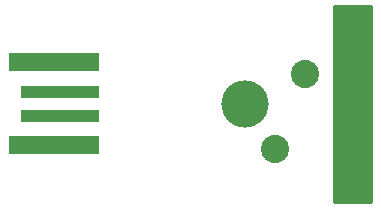
<source format=gbr>
G04 EAGLE Gerber RS-274X export*
G75*
%MOMM*%
%FSLAX34Y34*%
%LPD*%
%INSoldermask Bottom*%
%IPPOS*%
%AMOC8*
5,1,8,0,0,1.08239X$1,22.5*%
G01*
%ADD10R,7.601600X1.601600*%
%ADD11R,6.601600X1.101600*%
%ADD12C,4.001600*%
%ADD13C,2.387600*%

G36*
X316288Y-84827D02*
X316288Y-84827D01*
X316346Y-84829D01*
X316428Y-84807D01*
X316512Y-84795D01*
X316565Y-84772D01*
X316621Y-84757D01*
X316694Y-84714D01*
X316771Y-84679D01*
X316816Y-84641D01*
X316866Y-84612D01*
X316924Y-84550D01*
X316988Y-84496D01*
X317020Y-84447D01*
X317060Y-84404D01*
X317099Y-84329D01*
X317146Y-84259D01*
X317163Y-84203D01*
X317190Y-84151D01*
X317201Y-84083D01*
X317231Y-83988D01*
X317234Y-83888D01*
X317245Y-83820D01*
X317245Y82550D01*
X317237Y82608D01*
X317239Y82666D01*
X317217Y82748D01*
X317205Y82832D01*
X317182Y82885D01*
X317167Y82941D01*
X317124Y83014D01*
X317089Y83091D01*
X317051Y83136D01*
X317022Y83186D01*
X316960Y83244D01*
X316906Y83308D01*
X316857Y83340D01*
X316814Y83380D01*
X316739Y83419D01*
X316669Y83466D01*
X316613Y83483D01*
X316561Y83510D01*
X316493Y83521D01*
X316398Y83551D01*
X316298Y83554D01*
X316230Y83565D01*
X285115Y83565D01*
X285057Y83557D01*
X284999Y83559D01*
X284917Y83537D01*
X284834Y83525D01*
X284780Y83502D01*
X284724Y83487D01*
X284651Y83444D01*
X284574Y83409D01*
X284529Y83371D01*
X284479Y83342D01*
X284421Y83280D01*
X284357Y83226D01*
X284325Y83177D01*
X284285Y83134D01*
X284246Y83059D01*
X284200Y82989D01*
X284182Y82933D01*
X284155Y82881D01*
X284144Y82813D01*
X284114Y82718D01*
X284111Y82618D01*
X284100Y82550D01*
X284100Y-83820D01*
X284108Y-83878D01*
X284106Y-83936D01*
X284128Y-84018D01*
X284140Y-84102D01*
X284164Y-84155D01*
X284178Y-84211D01*
X284221Y-84284D01*
X284256Y-84361D01*
X284294Y-84406D01*
X284324Y-84456D01*
X284385Y-84514D01*
X284440Y-84578D01*
X284488Y-84610D01*
X284531Y-84650D01*
X284606Y-84689D01*
X284676Y-84736D01*
X284732Y-84753D01*
X284784Y-84780D01*
X284852Y-84791D01*
X284947Y-84821D01*
X285047Y-84824D01*
X285115Y-84835D01*
X316230Y-84835D01*
X316288Y-84827D01*
G37*
D10*
X47530Y35000D03*
D11*
X52530Y10000D03*
X52530Y-10000D03*
D10*
X47530Y-35000D03*
D12*
X209550Y0D03*
D13*
X234950Y-38100D03*
X260350Y25400D03*
M02*

</source>
